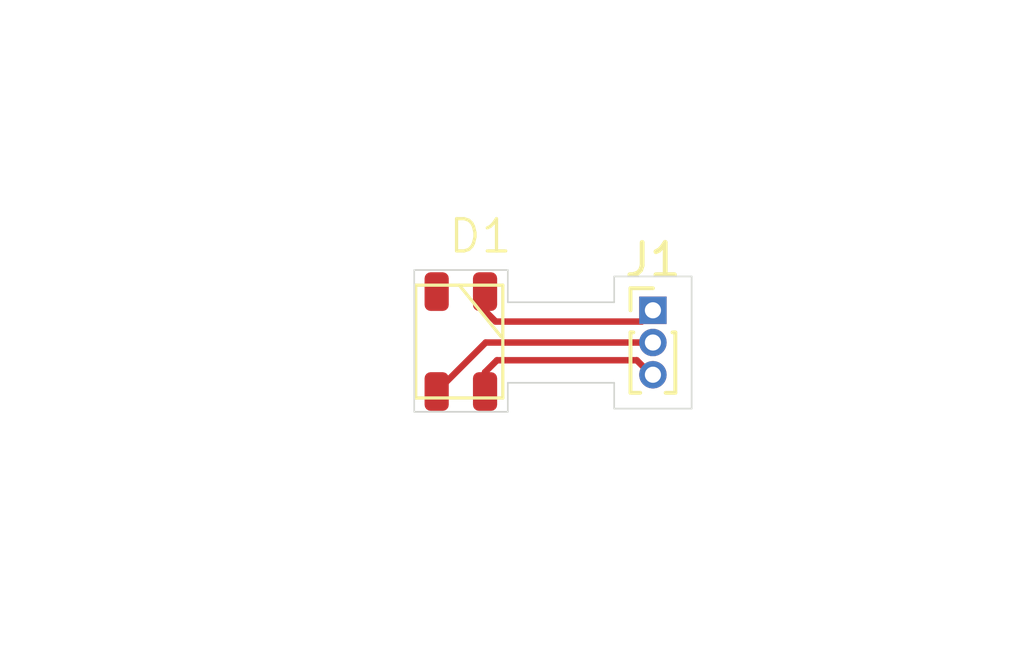
<source format=kicad_pcb>
(kicad_pcb (version 20240108) (generator "pcbnew") (generator_version "8.0")
  (layers (0 "F.Cu" signal) (31 "B.Cu" signal) (34 "B.Paste" user) (35 "F.Paste" user) (36 "B.SilkS" user "B.Silkscreen") (37 "F.SilkS" user "F.Silkscreen") (38 "B.Mask" user) (39 "F.Mask" user) (44 "Edge.Cuts" user))
  (net 0 "")
  (net 1 "Net-(D1-K2)")
  (net 2 "Net-(D1-A)")
  (net 3 "Net-(D1-K1)")
  (footprint "my_led:smt760d850d" (layer "F.Cu") (at 136.695 97.27)
    (property "Reference" "D1" (at 1.355 -1.72 0) (layer "F.SilkS") (effects (font (thickness 0.1))))
    (property "Value" "LED_Dual_KKA")
    (fp_line (start -0.65 -0.2) (end 2.05 -0.2) (stroke (width 0.1)) (layer "F.SilkS"))
    (fp_line (start -0.65 3.3) (end -0.65 -0.2) (stroke (width 0.1)) (layer "F.SilkS"))
    (fp_line (start 0.7 -0.2) (end 2 1.4) (stroke (width 0.1)) (layer "F.SilkS"))
    (fp_line (start 2.05 -0.2) (end 2.05 3.3) (stroke (width 0.1)) (layer "F.SilkS"))
    (fp_line (start 2.05 3.3) (end -0.65 3.3) (stroke (width 0.1)) (layer "F.SilkS"))
    (pad "1" smd roundrect (at 0 3.1) (size 0.75 1.2) (layers "F.Cu" "F.Paste" "F.Mask") (net 3 "Net-(D1-K1)"))
    (pad "2" smd roundrect (at 1.5 3.1) (size 0.75 1.2) (layers "F.Cu" "F.Paste" "F.Mask") (net 1 "Net-(D1-K2)"))
    (pad "3" smd roundrect (at 1.5 0) (size 0.75 1.2) (layers "F.Cu" "F.Paste" "F.Mask") (net 2 "Net-(D1-A)"))
    (pad "4" smd roundrect (at 0 0) (size 0.75 1.2) (layers "F.Cu" "F.Paste" "F.Mask"))
  )
  (footprint "Connector_PinHeader_1.00mm:PinHeader_1x03_P1.00mm_Vertical" (layer "F.Cu") (at 143.4 97.85)
    (property "Reference" "J1" (at 0 -1.56 0) (layer "F.SilkS"))
    (property "Value" "Conn_01x03")
    (fp_line (start -0.695 -0.685) (end 0 -0.685) (stroke (width 0.12)) (layer "F.SilkS"))
    (fp_line (start -0.695 0) (end -0.695 -0.685) (stroke (width 0.12)) (layer "F.SilkS"))
    (fp_line (start -0.695 0.685) (end -0.695 2.56) (stroke (width 0.12)) (layer "F.SilkS"))
    (fp_line (start -0.695 0.685) (end -0.608276 0.685) (stroke (width 0.12)) (layer "F.SilkS"))
    (fp_line (start -0.695 2.56) (end -0.394493 2.56) (stroke (width 0.12)) (layer "F.SilkS"))
    (fp_line (start 0.394493 2.56) (end 0.695 2.56) (stroke (width 0.12)) (layer "F.SilkS"))
    (fp_line (start 0.608276 0.685) (end 0.695 0.685) (stroke (width 0.12)) (layer "F.SilkS"))
    (fp_line (start 0.695 0.685) (end 0.695 2.56) (stroke (width 0.12)) (layer "F.SilkS"))
    (pad "1" thru_hole rect (at 0 0) (size 0.85 0.85) (drill 0.5) (layers "*.Cu" "*.Mask") (net 2 "Net-(D1-A)"))
    (pad "2" thru_hole oval (at 0 1) (size 0.85 0.85) (drill 0.5) (layers "*.Cu" "*.Mask") (net 3 "Net-(D1-K1)"))
    (pad "3" thru_hole oval (at 0 2) (size 0.85 0.85) (drill 0.5) (layers "*.Cu" "*.Mask") (net 1 "Net-(D1-K2)"))
  )
  (gr_line (start 142.2 100.1) (end 138.9 100.1) (stroke (width 0.05)) (layer "Edge.Cuts"))
  (gr_line (start 144.6 96.8) (end 144.6 100.9) (stroke (width 0.05)) (layer "Edge.Cuts"))
  (gr_line (start 138.9 100.1) (end 138.9 101) (stroke (width 0.05)) (layer "Edge.Cuts"))
  (gr_line (start 144.6 100.9) (end 142.2 100.9) (stroke (width 0.05)) (layer "Edge.Cuts"))
  (gr_line (start 138.9 96.6) (end 138.9 97.6) (stroke (width 0.05)) (layer "Edge.Cuts"))
  (gr_line (start 142.2 100.9) (end 142.2 100.1) (stroke (width 0.05)) (layer "Edge.Cuts"))
  (gr_line (start 136 101) (end 136 96.6) (stroke (width 0.05)) (layer "Edge.Cuts"))
  (gr_line (start 136 96.6) (end 138.9 96.6) (stroke (width 0.05)) (layer "Edge.Cuts"))
  (gr_line (start 142.2 96.8) (end 144.6 96.8) (stroke (width 0.05)) (layer "Edge.Cuts"))
  (gr_line (start 138.9 97.6) (end 142.2 97.6) (stroke (width 0.05)) (layer "Edge.Cuts"))
  (gr_line (start 142.2 97.6) (end 142.2 96.8) (stroke (width 0.05)) (layer "Edge.Cuts"))
  (gr_line (start 136 101) (end 138.9 101) (stroke (width 0.05)) (layer "Edge.Cuts"))
  (segment (start 138.195 100.37) (end 138.195 99.77) (width 0.2) (layer "F.Cu") (net 1))
  (segment (start 138.565 99.4) (end 142.9 99.4) (width 0.2) (layer "F.Cu") (net 1))
  (segment (start 143.35 99.85) (end 143.4 99.85) (width 0.2) (layer "F.Cu") (net 1))
  (segment (start 138.195 99.77) (end 138.565 99.4) (width 0.2) (layer "F.Cu") (net 1))
  (segment (start 142.9 99.4) (end 143.35 99.85) (width 0.2) (layer "F.Cu") (net 1))
  (segment (start 138.195 97.27) (end 138.195 97.87) (width 0.2) (layer "F.Cu") (net 2))
  (segment (start 138.195 97.87) (end 138.525 98.2) (width 0.2) (layer "F.Cu") (net 2))
  (segment (start 143.05 98.2) (end 143.4 97.85) (width 0.2) (layer "F.Cu") (net 2))
  (segment (start 138.525 98.2) (end 143.05 98.2) (width 0.2) (layer "F.Cu") (net 2))
  (segment (start 136.695 100.37) (end 138.215 98.85) (width 0.2) (layer "F.Cu") (net 3))
  (segment (start 138.215 98.85) (end 143.4 98.85) (width 0.2) (layer "F.Cu") (net 3))
)
</source>
